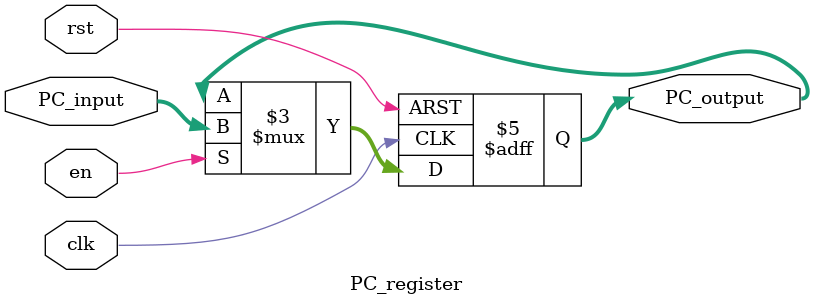
<source format=v>
`timescale 1ns / 1ps

module PC_register (
           input clk ,
           input rst ,
           input en ,
           input [31: 0] PC_input ,
           output reg [31: 0] PC_output
       );

always @(posedge clk or posedge rst)
begin
    if (rst) PC_output <= 0;
    else if (en) PC_output <= PC_input;
    else PC_output <= PC_output;

end

endmodule

</source>
